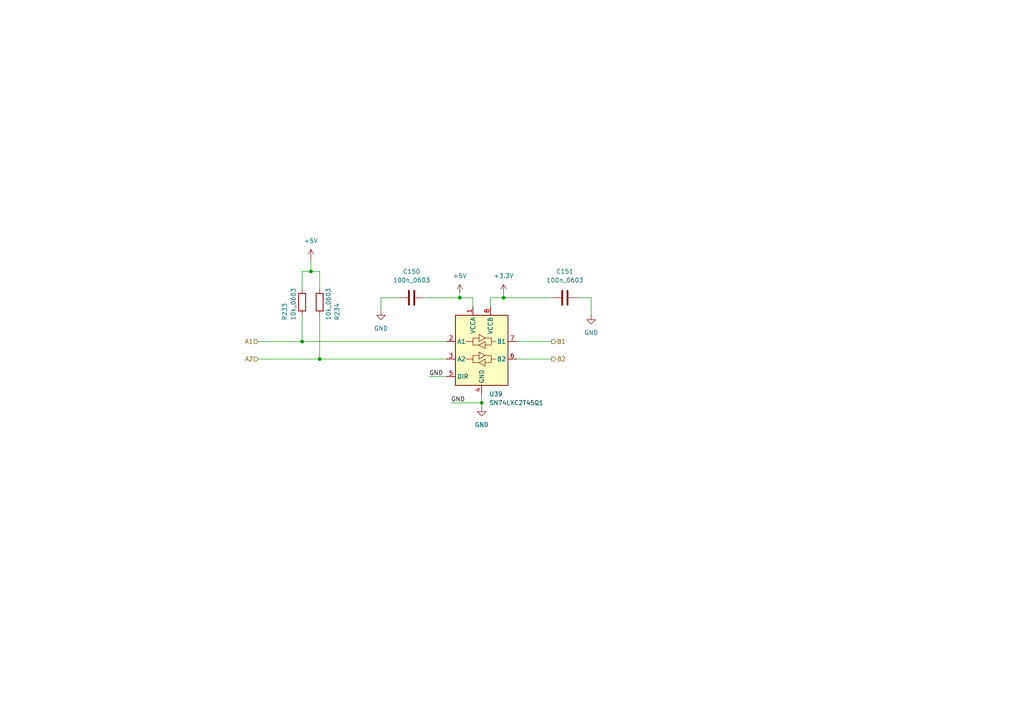
<source format=kicad_sch>
(kicad_sch (version 20250114) (generator "eeschema") (generator_version "9.0")
  (paper "A4")
  (lib_symbols
    (symbol "MYLIB_Misc:SN74LXC2T45Q1"
      (property "Reference" "U" (at -6.35 12.7 0))
      (property "Value" "SN74LXC2T45Q1" (at 11.684 11.684 0))
      (symbol "SN74LXC2T45Q1_0_1"
        (rectangle (start -7.62 10.16) (end 7.62 -10.16) (stroke (width 0.254)) (fill (type background)))
        (polyline (pts (xy -2.54 2.54) (xy -2.54 3.556) (xy -0.762 3.556)))
        (polyline (pts (xy -0.762 2.54) (xy -0.762 4.572) (xy 1.016 3.556) (xy -0.762 2.54)))
        (polyline (pts (xy -0.762 1.524) (xy -2.54 1.524) (xy -2.54 2.54) (xy -4.572 2.54)))
        (polyline (pts (xy 1.016 3.556) (xy 2.794 3.556) (xy 2.794 2.54) (xy 4.064 2.54)))
        (polyline (pts (xy 1.016 2.54) (xy 1.016 0.762) (xy 1.016 0.508) (xy -0.762 1.524) (xy 1.016 2.54)))
        (polyline (pts (xy 2.794 2.54) (xy 2.794 1.524) (xy 1.016 1.524)))
      )
      (symbol "SN74LXC2T45Q1_1_1"
        (polyline (pts (xy -2.54 -2.54) (xy -2.54 -1.524) (xy -0.762 -1.524)))
        (polyline (pts (xy -0.762 -2.54) (xy -0.762 -0.508) (xy 1.016 -1.524) (xy -0.762 -2.54)))
        (polyline (pts (xy -0.762 -3.556) (xy -2.54 -3.556) (xy -2.54 -2.54) (xy -4.572 -2.54)))
        (polyline (pts (xy 1.016 -1.524) (xy 2.794 -1.524) (xy 2.794 -2.54) (xy 4.064 -2.54)))
        (polyline (pts (xy 1.016 -2.54) (xy 1.016 -4.318) (xy 1.016 -4.572) (xy -0.762 -3.556) (xy 1.016 -2.54)))
        (polyline (pts (xy 2.794 -2.54) (xy 2.794 -3.556) (xy 1.016 -3.556)))
        (pin bidirectional line (at -10.16 2.54 0) (length 2.54) (name "A1") (number "2"))
        (pin bidirectional line (at -10.16 -2.54 0) (length 2.54) (name "A2") (number "3"))
        (pin input line (at -10.16 -7.62 0) (length 2.54) (name "DIR") (number "5"))
        (pin power_in line (at -2.54 12.7 270) (length 2.54) (name "VCCA") (number "1"))
        (pin power_in line (at 0 -12.7 90) (length 2.54) (name "GND") (number "4"))
        (pin power_in line (at 2.54 12.7 270) (length 2.54) (name "VCCB") (number "8"))
        (pin bidirectional line (at 10.16 2.54 180) (length 2.54) (name "B1") (number "7"))
        (pin bidirectional line (at 10.16 -2.54 180) (length 2.54) (name "B2") (number "6"))
      )
    )
    (symbol "WLIB_C:100n_0603" (pin_numbers (hide yes)) (pin_names (offset 0.254))
      (property "Reference" "C" (at 0.635 2.54 0))
      (property "Value" "100n_0603" (at 0.635 -2.54 0))
      (symbol "100n_0603_0_1"
        (polyline (pts (xy -2.032 0.762) (xy 2.032 0.762)) (stroke (width 0.508)))
        (polyline (pts (xy -2.032 -0.762) (xy 2.032 -0.762)) (stroke (width 0.508)))
      )
      (symbol "100n_0603_1_1"
        (pin passive line (at 0 3.81 270) (length 2.794) (name "~") (number "1"))
        (pin passive line (at 0 -3.81 90) (length 2.794) (name "~") (number "2"))
      )
    )
    (symbol "WLIB_R:10k_0603" (pin_numbers (hide yes)) (pin_names (offset 0))
      (property "Reference" "R" (at 2.032 0 90))
      (property "Value" "10k_0603" (at -2.54 0 90))
      (symbol "10k_0603_0_1"
        (rectangle (start -1.016 -2.54) (end 1.016 2.54) (stroke (width 0.254)))
      )
      (symbol "10k_0603_1_1"
        (pin passive line (at 0 3.81 270) (length 1.27) (name "~") (number "1"))
        (pin passive line (at 0 -3.81 90) (length 1.27) (name "~") (number "2"))
      )
    )
    (symbol "power:+3.3V" (power) (pin_numbers (hide yes)) (pin_names (offset 0) (hide yes))
      (property "Value" "+3.3V" (at 0 3.556 0))
      (symbol "+3.3V_0_1"
        (polyline (pts (xy -0.762 1.27) (xy 0 2.54)))
        (polyline (pts (xy 0 2.54) (xy 0.762 1.27)))
        (polyline (pts (xy 0 0) (xy 0 2.54)))
      )
      (symbol "+3.3V_1_1"
        (pin power_in line (at 0 0 90) (length 0) (name "~") (number "1"))
      )
    )
    (symbol "power:+5V" (power) (pin_numbers (hide yes)) (pin_names (offset 0) (hide yes))
      (property "Value" "+5V" (at 0 3.556 0))
      (symbol "+5V_0_1"
        (polyline (pts (xy -0.762 1.27) (xy 0 2.54)))
        (polyline (pts (xy 0 2.54) (xy 0.762 1.27)))
        (polyline (pts (xy 0 0) (xy 0 2.54)))
      )
      (symbol "+5V_1_1"
        (pin power_in line (at 0 0 90) (length 0) (name "~") (number "1"))
      )
    )
    (symbol "power:GND" (power) (pin_numbers (hide yes)) (pin_names (offset 0) (hide yes))
      (property "Value" "GND" (at 0 -3.81 0))
      (symbol "GND_0_1"
        (polyline (pts (xy 0 0) (xy 0 -1.27) (xy 1.27 -1.27) (xy 0 -2.54) (xy -1.27 -1.27) (xy 0 -1.27)))
      )
      (symbol "GND_1_1"
        (pin power_in line (at 0 0 270) (length 0) (name "~") (number "1"))
      )
    )
  )
  (junction (at 87.63 99.06))
  (junction (at 92.71 104.14))
  (junction (at 133.35 86.36))
  (junction (at 146.05 86.36))
  (junction (at 90.17 78.74))
  (junction (at 139.7 116.84))
  (wire (pts (xy 87.63 83.82) (xy 87.63 78.74)))
  (wire (pts (xy 92.71 104.14) (xy 129.54 104.14)))
  (wire (pts (xy 92.71 91.44) (xy 92.71 104.14)))
  (wire (pts (xy 90.17 74.93) (xy 90.17 78.74)))
  (wire (pts (xy 130.81 116.84) (xy 139.7 116.84)))
  (wire (pts (xy 90.17 78.74) (xy 92.71 78.74)))
  (wire (pts (xy 171.45 91.44) (xy 171.45 86.36)))
  (wire (pts (xy 87.63 91.44) (xy 87.63 99.06)))
  (wire (pts (xy 149.86 99.06) (xy 160.02 99.06)))
  (wire (pts (xy 87.63 99.06) (xy 129.54 99.06)))
  (wire (pts (xy 149.86 104.14) (xy 160.02 104.14)))
  (wire (pts (xy 74.93 104.14) (xy 92.71 104.14)))
  (wire (pts (xy 133.35 86.36) (xy 137.16 86.36)))
  (wire (pts (xy 137.16 86.36) (xy 137.16 88.9)))
  (wire (pts (xy 124.46 109.22) (xy 129.54 109.22)))
  (wire (pts (xy 123.19 86.36) (xy 133.35 86.36)))
  (wire (pts (xy 92.71 78.74) (xy 92.71 83.82)))
  (wire (pts (xy 146.05 86.36) (xy 142.24 86.36)))
  (wire (pts (xy 115.57 86.36) (xy 110.49 86.36)))
  (wire (pts (xy 87.63 78.74) (xy 90.17 78.74)))
  (wire (pts (xy 171.45 86.36) (xy 167.64 86.36)))
  (wire (pts (xy 74.93 99.06) (xy 87.63 99.06)))
  (wire (pts (xy 142.24 86.36) (xy 142.24 88.9)))
  (wire (pts (xy 146.05 86.36) (xy 160.02 86.36)))
  (wire (pts (xy 139.7 114.3) (xy 139.7 116.84)))
  (wire (pts (xy 133.35 85.09) (xy 133.35 86.36)))
  (wire (pts (xy 139.7 118.11) (xy 139.7 116.84)))
  (wire (pts (xy 110.49 86.36) (xy 110.49 90.17)))
  (wire (pts (xy 146.05 85.09) (xy 146.05 86.36)))
  (label "GND" (at 130.81 116.84 0))
  (label "GND" (at 124.46 109.22 0))
  (hierarchical_label "A1" (shape input) (at 74.93 99.06 180))
  (hierarchical_label "B2" (shape output) (at 160.02 104.14 0))
  (hierarchical_label "B1" (shape output) (at 160.02 99.06 0))
  (hierarchical_label "A2" (shape input) (at 74.93 104.14 180))
  (symbol (lib_id "WLIB_C:100n_0603") (at 163.83 86.36 90) (unit 1)
    (property "Reference" "C142" (at 163.83 78.74 90))
    (property "Value" "100n_0603" (at 163.83 81.28 90))
    (property "Footprint" "WLIB_Capacitor:C_0603" (effects (hide yes)))
    (property "Datasheet" "https://www.farnell.com/datasheets/2860632.pdf" (effects (hide yes)))
    (property "Description" "Unpolarized capacitor SMD MLCC" (effects (hide yes)))
    (property "FARNELL" "1759037" (effects (hide yes)))
    (property "VDC" "25V" (effects (hide yes)))
    (property "JLCPCB" "C2762593" (effects (hide yes)))
    (instances (project "FPGA_Board_BA" (path "" (reference "C151") (unit 1)) (path "" (reference "C142") (unit 1))))
  )
  (symbol (lib_id "power:GND") (at 139.7 118.11 0) (unit 1)
    (property "Reference" "#PWR0223" (effects (hide yes)))
    (property "Value" "GND" (at 139.7 123.19 0))
    (property "Description" "Power symbol creates a global label with name \"GND\" , ground" (effects (hide yes)))
    (instances (project "FPGA_Board_BA" (path "" (reference "#PWR0253") (unit 1)) (path "" (reference "#PWR0223") (unit 1))))
  )
  (symbol (lib_id "WLIB_R:10k_0603") (at 87.63 87.63 0) (unit 1)
    (property "Reference" "R216" (at 82.55 92.964 90) (effects (justify left)))
    (property "Value" "10k_0603" (at 85.09 92.964 90) (effects (justify left)))
    (property "Footprint" "Resistor_SMD:R_0603_1608Metric" (effects (hide yes)))
    (property "Datasheet" "https://www.farnell.com/datasheets/2860681.pdf" (effects (hide yes)))
    (property "Description" "Resistor" (effects (hide yes)))
    (property "FARNELL" "2447230" (effects (hide yes)))
    (property "Rated Power" "100mW" (effects (hide yes)))
    (property "JLCPCB" "C25804" (effects (hide yes)))
    (instances (project "" (path "" (reference "R233") (unit 1)) (path "" (reference "R216") (unit 1))))
  )
  (symbol (lib_id "WLIB_R:10k_0603") (at 92.71 87.63 0) (mirror y) (unit 1)
    (property "Reference" "R217" (at 97.79 92.964 90) (effects (justify left)))
    (property "Value" "10k_0603" (at 95.25 92.964 90) (effects (justify left)))
    (property "Footprint" "Resistor_SMD:R_0603_1608Metric" (effects (hide yes)))
    (property "Datasheet" "https://www.farnell.com/datasheets/2860681.pdf" (effects (hide yes)))
    (property "Description" "Resistor" (effects (hide yes)))
    (property "FARNELL" "2447230" (effects (hide yes)))
    (property "Rated Power" "100mW" (effects (hide yes)))
    (property "JLCPCB" "C25804" (effects (hide yes)))
    (instances (project "FPGA_Board_BA" (path "" (reference "R234") (unit 1)) (path "" (reference "R217") (unit 1))))
  )
  (symbol (lib_id "MYLIB_Misc:SN74LXC2T45Q1") (at 139.7 101.6 0) (unit 1)
    (property "Reference" "U34" (at 141.8433 114.3 0) (effects (justify left)))
    (property "Value" "SN74LXC2T45Q1" (at 141.8433 116.84 0) (effects (justify left)))
    (property "Footprint" "MYLIB_Misc:SN74LXC2T45QDCURQ1" (effects (hide yes)))
    (property "Datasheet" "https://www.ti.com/lit/ds/symlink/sn74lxc2t45-q1.pdf?ts=1763370162012&ref_url=https%253A%252F%252Fwww.ti.com%252Fproduct%252FSN74LXC2T45-Q1%252Fpart-details%252FSN74LXC2T45QDCURQ1%253Futm_source%253Dgoogle%2526utm_medium%253Dcpc%2526utm_campaign%253Dasc-null-null-asc_opn_en-cpc-storeic-google-eu_en_pur%2526utm_content%253DDevice%2526ds_k%253DSN74LXC2T45QDCURQ1%2526DCM%253Dyes%2526gclsrc%253Daw.ds%2526gad_source%253D1%2526gad_campaignid%253D11662144970%2526gbraid%253D0AAAAAC068F39eJFhDO7IAjRN0B7HR1F_u%2526gclid%253DEAIaIQobChMI07vhqun4kAMVZZiDBx1M-Tl6EAAYASAAEgKyXPD_BwE" (effects (hide yes)))
    (property "Description" "dual-bit, dual-supply noninverting bidirectional level shifter. If dir = high, A -> B" (effects (hide yes)))
    (property "Mouser nr" "595-74LXC2T45QDCURQ1" (effects (hide yes)))
    (instances (project "FPGA_Board_BA" (path "" (reference "U39") (unit 1)) (path "" (reference "U34") (unit 1))))
  )
  (symbol (lib_id "power:+5V") (at 133.35 85.09 0) (unit 1)
    (property "Reference" "#PWR0222" (effects (hide yes)))
    (property "Value" "+5V" (at 133.35 80.01 0))
    (property "Description" "Power symbol creates a global label with name \"+5V\"" (effects (hide yes)))
    (instances (project "FPGA_Board_BA" (path "" (reference "#PWR0252") (unit 1)) (path "" (reference "#PWR0222") (unit 1))))
  )
  (symbol (lib_id "WLIB_C:100n_0603") (at 119.38 86.36 90) (unit 1)
    (property "Reference" "C141" (at 119.38 78.74 90))
    (property "Value" "100n_0603" (at 119.38 81.28 90))
    (property "Footprint" "WLIB_Capacitor:C_0603" (effects (hide yes)))
    (property "Datasheet" "https://www.farnell.com/datasheets/2860632.pdf" (effects (hide yes)))
    (property "Description" "Unpolarized capacitor SMD MLCC" (effects (hide yes)))
    (property "FARNELL" "1759037" (effects (hide yes)))
    (property "VDC" "25V" (effects (hide yes)))
    (property "JLCPCB" "C2762593" (effects (hide yes)))
    (instances (project "FPGA_Board_BA" (path "" (reference "C150") (unit 1)) (path "" (reference "C141") (unit 1))))
  )
  (symbol (lib_id "power:+5V") (at 90.17 74.93 0) (unit 1)
    (property "Reference" "#PWR013" (effects (hide yes)))
    (property "Value" "+5V" (at 90.17 69.85 0))
    (property "Description" "Power symbol creates a global label with name \"+5V\"" (effects (hide yes)))
    (instances (project "FPGA_Board_BA" (path "" (reference "#PWR041") (unit 1)) (path "" (reference "#PWR013") (unit 1))))
  )
  (symbol (lib_id "power:GND") (at 110.49 90.17 0) (unit 1)
    (property "Reference" "#PWR0221" (effects (hide yes)))
    (property "Value" "GND" (at 110.49 95.25 0))
    (property "Description" "Power symbol creates a global label with name \"GND\" , ground" (effects (hide yes)))
    (instances (project "FPGA_Board_BA" (path "" (reference "#PWR0251") (unit 1)) (path "" (reference "#PWR0221") (unit 1))))
  )
  (symbol (lib_id "power:GND") (at 171.45 91.44 0) (unit 1)
    (property "Reference" "#PWR0225" (effects (hide yes)))
    (property "Value" "GND" (at 171.45 96.52 0))
    (property "Description" "Power symbol creates a global label with name \"GND\" , ground" (effects (hide yes)))
    (instances (project "FPGA_Board_BA" (path "" (reference "#PWR0255") (unit 1)) (path "" (reference "#PWR0225") (unit 1))))
  )
  (symbol (lib_id "power:+3.3V") (at 146.05 85.09 0) (unit 1)
    (property "Reference" "#PWR0224" (effects (hide yes)))
    (property "Value" "+3.3V" (at 146.05 80.01 0))
    (property "Description" "Power symbol creates a global label with name \"+3.3V\"" (effects (hide yes)))
    (instances (project "FPGA_Board_BA" (path "" (reference "#PWR0254") (unit 1)) (path "" (reference "#PWR0224") (unit 1))))
  )
)
</source>
